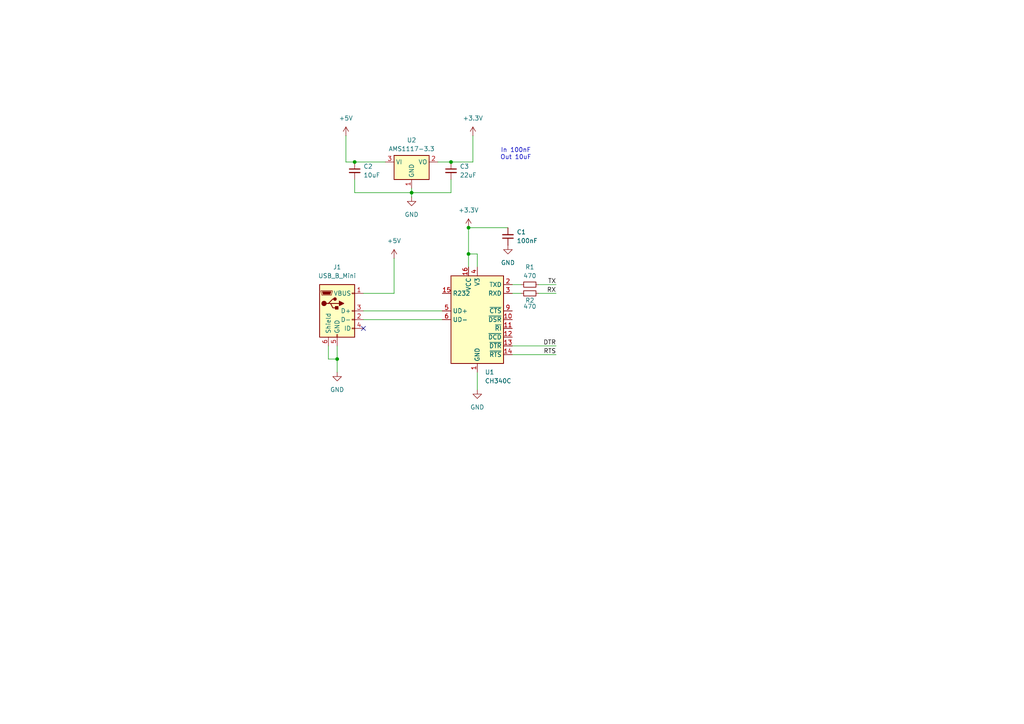
<source format=kicad_sch>
(kicad_sch (version 20231120) (generator "eeschema") (generator_version "8.0")
  (paper "A4")
  (lib_symbols
    (symbol "Connector:USB_B_Mini" (pin_names (offset 1.016))
      (property "Reference" "J" (at -5.08 11.43 0))
      (property "Value" "USB_B_Mini" (at -5.08 8.89 0))
      (symbol "USB_B_Mini_0_1"
        (rectangle (start -5.08 -7.62) (end 5.08 7.62) (stroke (width 0.254)) (fill (type background)))
        (circle (center -3.81 2.159) (radius 0.635) (stroke (width 0.254)) (fill (type outline)))
        (circle (center -0.635 3.429) (radius 0.381) (stroke (width 0.254)) (fill (type outline)))
        (rectangle (start -0.127 -7.62) (end 0.127 -6.858))
        (polyline (pts (xy -1.905 2.159) (xy 0.635 2.159)) (stroke (width 0.254)))
        (polyline (pts (xy -3.175 2.159) (xy -2.54 2.159) (xy -1.27 3.429) (xy -0.635 3.429)) (stroke (width 0.254)))
        (polyline (pts (xy -2.54 2.159) (xy -1.905 2.159) (xy -1.27 0.889) (xy 0 0.889)) (stroke (width 0.254)))
        (polyline (pts (xy 0.635 2.794) (xy 0.635 1.524) (xy 1.905 2.159) (xy 0.635 2.794)) (stroke (width 0.254)) (fill (type outline)))
        (polyline (pts (xy -4.318 5.588) (xy -1.778 5.588) (xy -2.032 4.826) (xy -4.064 4.826) (xy -4.318 5.588)) (fill (type outline)))
        (polyline (pts (xy -4.699 5.842) (xy -4.699 5.588) (xy -4.445 4.826) (xy -4.445 4.572) (xy -1.651 4.572) (xy -1.651 4.826) (xy -1.397 5.588) (xy -1.397 5.842) (xy -4.699 5.842)))
        (rectangle (start 0.254 1.27) (end -0.508 0.508) (stroke (width 0.254)) (fill (type outline)))
        (rectangle (start 5.08 -5.207) (end 4.318 -4.953))
        (rectangle (start 5.08 -2.667) (end 4.318 -2.413))
        (rectangle (start 5.08 -0.127) (end 4.318 0.127))
        (rectangle (start 5.08 4.953) (end 4.318 5.207))
      )
      (symbol "USB_B_Mini_1_1"
        (pin power_out line (at 7.62 5.08 180) (length 2.54) (name "VBUS") (number "1"))
        (pin bidirectional line (at 7.62 -2.54 180) (length 2.54) (name "D-") (number "2"))
        (pin bidirectional line (at 7.62 0 180) (length 2.54) (name "D+") (number "3"))
        (pin passive line (at 7.62 -5.08 180) (length 2.54) (name "ID") (number "4"))
        (pin power_out line (at 0 -10.16 90) (length 2.54) (name "GND") (number "5"))
        (pin passive line (at -2.54 -10.16 90) (length 2.54) (name "Shield") (number "6"))
      )
    )
    (symbol "Device:C_Small" (pin_numbers hide) (pin_names (offset 0.254) hide)
      (property "Reference" "C" (at 0.254 1.778 0))
      (property "Value" "C_Small" (at 0.254 -2.032 0))
      (symbol "C_Small_0_1"
        (polyline (pts (xy -1.524 -0.508) (xy 1.524 -0.508)) (stroke (width 0.3302)))
        (polyline (pts (xy -1.524 0.508) (xy 1.524 0.508)) (stroke (width 0.3048)))
      )
      (symbol "C_Small_1_1"
        (pin passive line (at 0 2.54 270) (length 2.032) (name "~") (number "1"))
        (pin passive line (at 0 -2.54 90) (length 2.032) (name "~") (number "2"))
      )
    )
    (symbol "Device:R_Small" (pin_numbers hide) (pin_names (offset 0.254) hide)
      (property "Reference" "R" (at 0.762 0.508 0))
      (property "Value" "R_Small" (at 0.762 -1.016 0))
      (symbol "R_Small_0_1"
        (rectangle (start -0.762 1.778) (end 0.762 -1.778) (stroke (width 0.2032)))
      )
      (symbol "R_Small_1_1"
        (pin passive line (at 0 2.54 270) (length 0.762) (name "~") (number "1"))
        (pin passive line (at 0 -2.54 90) (length 0.762) (name "~") (number "2"))
      )
    )
    (symbol "Interface_USB:CH340C"
      (property "Reference" "U" (at -5.08 13.97 0))
      (property "Value" "CH340C" (at 1.27 13.97 0))
      (symbol "CH340C_0_1"
        (rectangle (start -7.62 12.7) (end 7.62 -12.7) (stroke (width 0.254)) (fill (type background)))
      )
      (symbol "CH340C_1_1"
        (pin power_in line (at 0 -15.24 90) (length 2.54) (name "GND") (number "1"))
        (pin input line (at 10.16 0 180) (length 2.54) (name "~{DSR}") (number "10"))
        (pin input line (at 10.16 -2.54 180) (length 2.54) (name "~{RI}") (number "11"))
        (pin input line (at 10.16 -5.08 180) (length 2.54) (name "~{DCD}") (number "12"))
        (pin output line (at 10.16 -7.62 180) (length 2.54) (name "~{DTR}") (number "13"))
        (pin output line (at 10.16 -10.16 180) (length 2.54) (name "~{RTS}") (number "14"))
        (pin input line (at -10.16 7.62 0) (length 2.54) (name "R232") (number "15"))
        (pin power_in line (at -2.54 15.24 270) (length 2.54) (name "VCC") (number "16"))
        (pin output line (at 10.16 10.16 180) (length 2.54) (name "TXD") (number "2"))
        (pin input line (at 10.16 7.62 180) (length 2.54) (name "RXD") (number "3"))
        (pin power_out line (at 0 15.24 270) (length 2.54) (name "V3") (number "4"))
        (pin bidirectional line (at -10.16 2.54 0) (length 2.54) (name "UD+") (number "5"))
        (pin bidirectional line (at -10.16 0 0) (length 2.54) (name "UD-") (number "6"))
        (pin no_connect line (at -7.62 -5.08 0) (length 2.54) hide (name "NC") (number "7"))
        (pin no_connect line (at -7.62 -7.62 0) (length 2.54) hide (name "NC") (number "8"))
        (pin input line (at 10.16 2.54 180) (length 2.54) (name "~{CTS}") (number "9"))
      )
    )
    (symbol "Regulator_Linear:AMS1117-3.3"
      (property "Reference" "U" (at -3.81 3.175 0))
      (property "Value" "AMS1117-3.3" (at 0 3.175 0))
      (symbol "AMS1117-3.3_0_1"
        (rectangle (start -5.08 -5.08) (end 5.08 1.905) (stroke (width 0.254)) (fill (type background)))
      )
      (symbol "AMS1117-3.3_1_1"
        (pin power_in line (at 0 -7.62 90) (length 2.54) (name "GND") (number "1"))
        (pin power_out line (at 7.62 0 180) (length 2.54) (name "VO") (number "2"))
        (pin power_in line (at -7.62 0 0) (length 2.54) (name "VI") (number "3"))
      )
    )
    (symbol "power:+3.3V" (power) (pin_numbers hide) (pin_names (offset 0) hide)
      (property "Value" "+3.3V" (at 0 3.556 0))
      (symbol "+3.3V_0_1"
        (polyline (pts (xy -0.762 1.27) (xy 0 2.54)))
        (polyline (pts (xy 0 0) (xy 0 2.54)))
        (polyline (pts (xy 0 2.54) (xy 0.762 1.27)))
      )
      (symbol "+3.3V_1_1"
        (pin power_in line (at 0 0 90) (length 0) (name "~") (number "1"))
      )
    )
    (symbol "power:+5V" (power) (pin_numbers hide) (pin_names (offset 0) hide)
      (property "Value" "+5V" (at 0 3.556 0))
      (symbol "+5V_0_1"
        (polyline (pts (xy -0.762 1.27) (xy 0 2.54)))
        (polyline (pts (xy 0 0) (xy 0 2.54)))
        (polyline (pts (xy 0 2.54) (xy 0.762 1.27)))
      )
      (symbol "+5V_1_1"
        (pin power_in line (at 0 0 90) (length 0) (name "~") (number "1"))
      )
    )
    (symbol "power:GND" (power) (pin_numbers hide) (pin_names (offset 0) hide)
      (property "Value" "GND" (at 0 -3.81 0))
      (symbol "GND_0_1"
        (polyline (pts (xy 0 0) (xy 0 -1.27) (xy 1.27 -1.27) (xy 0 -2.54) (xy -1.27 -1.27) (xy 0 -1.27)))
      )
      (symbol "GND_1_1"
        (pin power_in line (at 0 0 270) (length 0) (name "~") (number "1"))
      )
    )
  )
  (junction (at 102.87 46.99))
  (junction (at 135.89 73.66))
  (junction (at 97.79 104.14))
  (junction (at 119.38 55.88))
  (junction (at 130.81 46.99))
  (junction (at 135.89 66.04))
  (no_connect (at 105.41 95.25))
  (wire (pts (xy 137.16 46.99) (xy 137.16 39.37)))
  (wire (pts (xy 135.89 66.04) (xy 135.89 73.66)))
  (wire (pts (xy 102.87 46.99) (xy 100.33 46.99)))
  (wire (pts (xy 111.76 46.99) (xy 102.87 46.99)))
  (wire (pts (xy 119.38 54.61) (xy 119.38 55.88)))
  (wire (pts (xy 156.21 85.09) (xy 161.29 85.09)))
  (wire (pts (xy 127 46.99) (xy 130.81 46.99)))
  (wire (pts (xy 97.79 100.33) (xy 97.79 104.14)))
  (wire (pts (xy 105.41 85.09) (xy 114.3 85.09)))
  (wire (pts (xy 135.89 66.04) (xy 147.32 66.04)))
  (wire (pts (xy 95.25 104.14) (xy 97.79 104.14)))
  (wire (pts (xy 119.38 55.88) (xy 119.38 57.15)))
  (wire (pts (xy 95.25 100.33) (xy 95.25 104.14)))
  (wire (pts (xy 105.41 90.17) (xy 128.27 90.17)))
  (wire (pts (xy 148.59 85.09) (xy 151.13 85.09)))
  (wire (pts (xy 148.59 102.87) (xy 161.29 102.87)))
  (wire (pts (xy 135.89 73.66) (xy 135.89 77.47)))
  (wire (pts (xy 138.43 107.95) (xy 138.43 113.03)))
  (wire (pts (xy 130.81 55.88) (xy 119.38 55.88)))
  (wire (pts (xy 105.41 92.71) (xy 128.27 92.71)))
  (wire (pts (xy 130.81 52.07) (xy 130.81 55.88)))
  (wire (pts (xy 130.81 46.99) (xy 137.16 46.99)))
  (wire (pts (xy 102.87 55.88) (xy 119.38 55.88)))
  (wire (pts (xy 138.43 73.66) (xy 135.89 73.66)))
  (wire (pts (xy 100.33 46.99) (xy 100.33 39.37)))
  (wire (pts (xy 156.21 82.55) (xy 161.29 82.55)))
  (wire (pts (xy 114.3 85.09) (xy 114.3 74.93)))
  (wire (pts (xy 97.79 104.14) (xy 97.79 107.95)))
  (wire (pts (xy 102.87 52.07) (xy 102.87 55.88)))
  (wire (pts (xy 148.59 82.55) (xy 151.13 82.55)))
  (wire (pts (xy 148.59 100.33) (xy 161.29 100.33)))
  (wire (pts (xy 138.43 77.47) (xy 138.43 73.66)))
  (text "In 100nF\nOut 10uF" (at 149.606 44.704 0) (effects (font (size 1.27 1.27))))
  (label "RTS" (at 161.29 102.87 180))
  (label "RX" (at 161.29 85.09 180))
  (label "TX" (at 161.29 82.55 180))
  (label "DTR" (at 161.29 100.33 180))
  (symbol (lib_id "power:GND") (at 138.43 113.03 0) (unit 1)
    (property "Reference" "#PWR01" (effects (hide yes)))
    (property "Value" "GND" (at 138.43 118.11 0))
    (property "Description" "Power symbol creates a global label with name \"GND\" , ground" (effects (hide yes)))
  )
  (symbol (lib_id "power:+5V") (at 100.33 39.37 0) (unit 1)
    (property "Reference" "#PWR07" (effects (hide yes)))
    (property "Value" "+5V" (at 100.33 34.29 0))
    (property "Description" "Power symbol creates a global label with name \"+5V\"" (effects (hide yes)))
  )
  (symbol (lib_id "power:GND") (at 147.32 71.12 0) (unit 1)
    (property "Reference" "#PWR05" (effects (hide yes)))
    (property "Value" "GND" (at 147.32 76.2 0))
    (property "Description" "Power symbol creates a global label with name \"GND\" , ground" (effects (hide yes)))
  )
  (symbol (lib_id "power:GND") (at 119.38 57.15 0) (unit 1)
    (property "Reference" "#PWR06" (effects (hide yes)))
    (property "Value" "GND" (at 119.38 62.23 0))
    (property "Description" "Power symbol creates a global label with name \"GND\" , ground" (effects (hide yes)))
  )
  (symbol (lib_id "Device:C_Small") (at 130.81 49.53 0) (unit 1)
    (property "Reference" "C3" (at 133.35 48.2662 0) (effects (justify left)))
    (property "Value" "22uF" (at 133.35 50.8062 0) (effects (justify left)))
    (property "Description" "Unpolarized capacitor, small symbol" (effects (hide yes)))
  )
  (symbol (lib_id "Regulator_Linear:AMS1117-3.3") (at 119.38 46.99 0) (unit 1)
    (property "Reference" "U2" (at 119.38 40.64 0))
    (property "Value" "AMS1117-3.3" (at 119.38 43.18 0))
    (property "Footprint" "Package_TO_SOT_SMD:SOT-223-3_TabPin2" (effects (hide yes)))
    (property "Datasheet" "http://www.advanced-monolithic.com/pdf/ds1117.pdf" (effects (hide yes)))
    (property "Description" "1A Low Dropout regulator, positive, 3.3V fixed output, SOT-223" (effects (hide yes)))
  )
  (symbol (lib_id "Device:R_Small") (at 153.67 82.55 90) (unit 1)
    (property "Reference" "R1" (at 153.67 77.47 90))
    (property "Value" "470" (at 153.67 80.01 90))
    (property "Description" "Resistor, small symbol" (effects (hide yes)))
  )
  (symbol (lib_id "power:+3.3V") (at 135.89 66.04 0) (unit 1)
    (property "Reference" "#PWR02" (effects (hide yes)))
    (property "Value" "+3.3V" (at 135.89 60.96 0))
    (property "Description" "Power symbol creates a global label with name \"+3.3V\"" (effects (hide yes)))
  )
  (symbol (lib_id "Device:C_Small") (at 147.32 68.58 180) (unit 1)
    (property "Reference" "C1" (at 149.86 67.3035 0) (effects (justify right)))
    (property "Value" "100nF" (at 149.86 69.8435 0) (effects (justify right)))
    (property "Description" "Unpolarized capacitor, small symbol" (effects (hide yes)))
  )
  (symbol (lib_id "power:+3.3V") (at 137.16 39.37 0) (unit 1)
    (property "Reference" "#PWR08" (effects (hide yes)))
    (property "Value" "+3.3V" (at 137.16 34.29 0))
    (property "Description" "Power symbol creates a global label with name \"+3.3V\"" (effects (hide yes)))
  )
  (symbol (lib_id "Interface_USB:CH340C") (at 138.43 92.71 0) (unit 1)
    (property "Reference" "U1" (at 140.6241 107.95 0) (effects (justify left)))
    (property "Value" "CH340C" (at 140.6241 110.49 0) (effects (justify left)))
    (property "Footprint" "Package_SO:SOIC-16_3.9x9.9mm_P1.27mm" (effects (hide yes)))
    (property "Datasheet" "https://datasheet.lcsc.com/szlcsc/Jiangsu-Qin-Heng-CH340C_C84681.pdf" (effects (hide yes)))
    (property "Description" "USB serial converter, crystal-less, UART, SOIC-16" (effects (hide yes)))
  )
  (symbol (lib_id "Device:R_Small") (at 153.67 85.09 90) (unit 1)
    (property "Reference" "R2" (at 153.67 87.122 90))
    (property "Value" "470" (at 153.67 88.9 90))
    (property "Description" "Resistor, small symbol" (effects (hide yes)))
  )
  (symbol (lib_id "Connector:USB_B_Mini") (at 97.79 90.17 0) (unit 1)
    (property "Reference" "J1" (at 97.79 77.47 0))
    (property "Value" "USB_B_Mini" (at 97.79 80.01 0))
    (property "Description" "USB Mini Type B connector" (effects (hide yes)))
  )
  (symbol (lib_id "power:GND") (at 97.79 107.95 0) (unit 1)
    (property "Reference" "#PWR04" (effects (hide yes)))
    (property "Value" "GND" (at 97.79 113.03 0))
    (property "Description" "Power symbol creates a global label with name \"GND\" , ground" (effects (hide yes)))
  )
  (symbol (lib_id "Device:C_Small") (at 102.87 49.53 0) (unit 1)
    (property "Reference" "C2" (at 105.41 48.2662 0) (effects (justify left)))
    (property "Value" "10uF" (at 105.41 50.8062 0) (effects (justify left)))
    (property "Description" "Unpolarized capacitor, small symbol" (effects (hide yes)))
  )
  (symbol (lib_id "power:+5V") (at 114.3 74.93 0) (unit 1)
    (property "Reference" "#PWR03" (effects (hide yes)))
    (property "Value" "+5V" (at 114.3 69.85 0))
    (property "Description" "Power symbol creates a global label with name \"+5V\"" (effects (hide yes)))
  )
)
</source>
